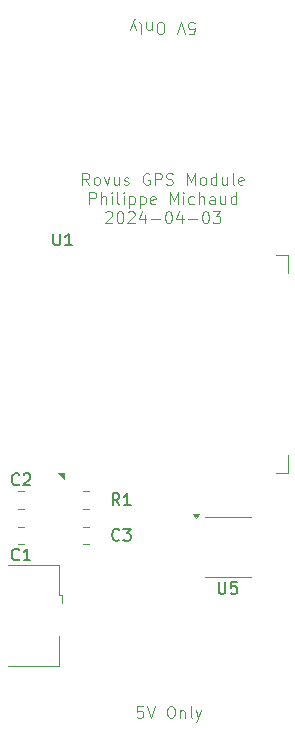
<source format=gto>
%TF.GenerationSoftware,KiCad,Pcbnew,8.0.1-8.0.1-1~ubuntu22.04.1*%
%TF.CreationDate,2024-04-03T01:55:53-04:00*%
%TF.ProjectId,esp32_rover_devkit,65737033-325f-4726-9f76-65725f646576,rev?*%
%TF.SameCoordinates,Original*%
%TF.FileFunction,Legend,Top*%
%TF.FilePolarity,Positive*%
%FSLAX46Y46*%
G04 Gerber Fmt 4.6, Leading zero omitted, Abs format (unit mm)*
G04 Created by KiCad (PCBNEW 8.0.1-8.0.1-1~ubuntu22.04.1) date 2024-04-03 01:55:53*
%MOMM*%
%LPD*%
G01*
G04 APERTURE LIST*
%ADD10C,0.100000*%
%ADD11C,0.150000*%
%ADD12C,0.120000*%
G04 APERTURE END LIST*
D10*
X35690476Y-22042580D02*
X36166666Y-22042580D01*
X36166666Y-22042580D02*
X36214285Y-21566390D01*
X36214285Y-21566390D02*
X36166666Y-21614009D01*
X36166666Y-21614009D02*
X36071428Y-21661628D01*
X36071428Y-21661628D02*
X35833333Y-21661628D01*
X35833333Y-21661628D02*
X35738095Y-21614009D01*
X35738095Y-21614009D02*
X35690476Y-21566390D01*
X35690476Y-21566390D02*
X35642857Y-21471152D01*
X35642857Y-21471152D02*
X35642857Y-21233057D01*
X35642857Y-21233057D02*
X35690476Y-21137819D01*
X35690476Y-21137819D02*
X35738095Y-21090200D01*
X35738095Y-21090200D02*
X35833333Y-21042580D01*
X35833333Y-21042580D02*
X36071428Y-21042580D01*
X36071428Y-21042580D02*
X36166666Y-21090200D01*
X36166666Y-21090200D02*
X36214285Y-21137819D01*
X35357142Y-22042580D02*
X35023809Y-21042580D01*
X35023809Y-21042580D02*
X34690476Y-22042580D01*
X33404761Y-22042580D02*
X33214285Y-22042580D01*
X33214285Y-22042580D02*
X33119047Y-21994961D01*
X33119047Y-21994961D02*
X33023809Y-21899723D01*
X33023809Y-21899723D02*
X32976190Y-21709247D01*
X32976190Y-21709247D02*
X32976190Y-21375914D01*
X32976190Y-21375914D02*
X33023809Y-21185438D01*
X33023809Y-21185438D02*
X33119047Y-21090200D01*
X33119047Y-21090200D02*
X33214285Y-21042580D01*
X33214285Y-21042580D02*
X33404761Y-21042580D01*
X33404761Y-21042580D02*
X33499999Y-21090200D01*
X33499999Y-21090200D02*
X33595237Y-21185438D01*
X33595237Y-21185438D02*
X33642856Y-21375914D01*
X33642856Y-21375914D02*
X33642856Y-21709247D01*
X33642856Y-21709247D02*
X33595237Y-21899723D01*
X33595237Y-21899723D02*
X33499999Y-21994961D01*
X33499999Y-21994961D02*
X33404761Y-22042580D01*
X32547618Y-21709247D02*
X32547618Y-21042580D01*
X32547618Y-21614009D02*
X32499999Y-21661628D01*
X32499999Y-21661628D02*
X32404761Y-21709247D01*
X32404761Y-21709247D02*
X32261904Y-21709247D01*
X32261904Y-21709247D02*
X32166666Y-21661628D01*
X32166666Y-21661628D02*
X32119047Y-21566390D01*
X32119047Y-21566390D02*
X32119047Y-21042580D01*
X31499999Y-21042580D02*
X31595237Y-21090200D01*
X31595237Y-21090200D02*
X31642856Y-21185438D01*
X31642856Y-21185438D02*
X31642856Y-22042580D01*
X31214284Y-21709247D02*
X30976189Y-21042580D01*
X30738094Y-21709247D02*
X30976189Y-21042580D01*
X30976189Y-21042580D02*
X31071427Y-20804485D01*
X31071427Y-20804485D02*
X31119046Y-20756866D01*
X31119046Y-20756866D02*
X31214284Y-20709247D01*
X27261903Y-34847475D02*
X26928570Y-34371284D01*
X26690475Y-34847475D02*
X26690475Y-33847475D01*
X26690475Y-33847475D02*
X27071427Y-33847475D01*
X27071427Y-33847475D02*
X27166665Y-33895094D01*
X27166665Y-33895094D02*
X27214284Y-33942713D01*
X27214284Y-33942713D02*
X27261903Y-34037951D01*
X27261903Y-34037951D02*
X27261903Y-34180808D01*
X27261903Y-34180808D02*
X27214284Y-34276046D01*
X27214284Y-34276046D02*
X27166665Y-34323665D01*
X27166665Y-34323665D02*
X27071427Y-34371284D01*
X27071427Y-34371284D02*
X26690475Y-34371284D01*
X27833332Y-34847475D02*
X27738094Y-34799856D01*
X27738094Y-34799856D02*
X27690475Y-34752236D01*
X27690475Y-34752236D02*
X27642856Y-34656998D01*
X27642856Y-34656998D02*
X27642856Y-34371284D01*
X27642856Y-34371284D02*
X27690475Y-34276046D01*
X27690475Y-34276046D02*
X27738094Y-34228427D01*
X27738094Y-34228427D02*
X27833332Y-34180808D01*
X27833332Y-34180808D02*
X27976189Y-34180808D01*
X27976189Y-34180808D02*
X28071427Y-34228427D01*
X28071427Y-34228427D02*
X28119046Y-34276046D01*
X28119046Y-34276046D02*
X28166665Y-34371284D01*
X28166665Y-34371284D02*
X28166665Y-34656998D01*
X28166665Y-34656998D02*
X28119046Y-34752236D01*
X28119046Y-34752236D02*
X28071427Y-34799856D01*
X28071427Y-34799856D02*
X27976189Y-34847475D01*
X27976189Y-34847475D02*
X27833332Y-34847475D01*
X28499999Y-34180808D02*
X28738094Y-34847475D01*
X28738094Y-34847475D02*
X28976189Y-34180808D01*
X29785713Y-34180808D02*
X29785713Y-34847475D01*
X29357142Y-34180808D02*
X29357142Y-34704617D01*
X29357142Y-34704617D02*
X29404761Y-34799856D01*
X29404761Y-34799856D02*
X29499999Y-34847475D01*
X29499999Y-34847475D02*
X29642856Y-34847475D01*
X29642856Y-34847475D02*
X29738094Y-34799856D01*
X29738094Y-34799856D02*
X29785713Y-34752236D01*
X30214285Y-34799856D02*
X30309523Y-34847475D01*
X30309523Y-34847475D02*
X30499999Y-34847475D01*
X30499999Y-34847475D02*
X30595237Y-34799856D01*
X30595237Y-34799856D02*
X30642856Y-34704617D01*
X30642856Y-34704617D02*
X30642856Y-34656998D01*
X30642856Y-34656998D02*
X30595237Y-34561760D01*
X30595237Y-34561760D02*
X30499999Y-34514141D01*
X30499999Y-34514141D02*
X30357142Y-34514141D01*
X30357142Y-34514141D02*
X30261904Y-34466522D01*
X30261904Y-34466522D02*
X30214285Y-34371284D01*
X30214285Y-34371284D02*
X30214285Y-34323665D01*
X30214285Y-34323665D02*
X30261904Y-34228427D01*
X30261904Y-34228427D02*
X30357142Y-34180808D01*
X30357142Y-34180808D02*
X30499999Y-34180808D01*
X30499999Y-34180808D02*
X30595237Y-34228427D01*
X32357142Y-33895094D02*
X32261904Y-33847475D01*
X32261904Y-33847475D02*
X32119047Y-33847475D01*
X32119047Y-33847475D02*
X31976190Y-33895094D01*
X31976190Y-33895094D02*
X31880952Y-33990332D01*
X31880952Y-33990332D02*
X31833333Y-34085570D01*
X31833333Y-34085570D02*
X31785714Y-34276046D01*
X31785714Y-34276046D02*
X31785714Y-34418903D01*
X31785714Y-34418903D02*
X31833333Y-34609379D01*
X31833333Y-34609379D02*
X31880952Y-34704617D01*
X31880952Y-34704617D02*
X31976190Y-34799856D01*
X31976190Y-34799856D02*
X32119047Y-34847475D01*
X32119047Y-34847475D02*
X32214285Y-34847475D01*
X32214285Y-34847475D02*
X32357142Y-34799856D01*
X32357142Y-34799856D02*
X32404761Y-34752236D01*
X32404761Y-34752236D02*
X32404761Y-34418903D01*
X32404761Y-34418903D02*
X32214285Y-34418903D01*
X32833333Y-34847475D02*
X32833333Y-33847475D01*
X32833333Y-33847475D02*
X33214285Y-33847475D01*
X33214285Y-33847475D02*
X33309523Y-33895094D01*
X33309523Y-33895094D02*
X33357142Y-33942713D01*
X33357142Y-33942713D02*
X33404761Y-34037951D01*
X33404761Y-34037951D02*
X33404761Y-34180808D01*
X33404761Y-34180808D02*
X33357142Y-34276046D01*
X33357142Y-34276046D02*
X33309523Y-34323665D01*
X33309523Y-34323665D02*
X33214285Y-34371284D01*
X33214285Y-34371284D02*
X32833333Y-34371284D01*
X33785714Y-34799856D02*
X33928571Y-34847475D01*
X33928571Y-34847475D02*
X34166666Y-34847475D01*
X34166666Y-34847475D02*
X34261904Y-34799856D01*
X34261904Y-34799856D02*
X34309523Y-34752236D01*
X34309523Y-34752236D02*
X34357142Y-34656998D01*
X34357142Y-34656998D02*
X34357142Y-34561760D01*
X34357142Y-34561760D02*
X34309523Y-34466522D01*
X34309523Y-34466522D02*
X34261904Y-34418903D01*
X34261904Y-34418903D02*
X34166666Y-34371284D01*
X34166666Y-34371284D02*
X33976190Y-34323665D01*
X33976190Y-34323665D02*
X33880952Y-34276046D01*
X33880952Y-34276046D02*
X33833333Y-34228427D01*
X33833333Y-34228427D02*
X33785714Y-34133189D01*
X33785714Y-34133189D02*
X33785714Y-34037951D01*
X33785714Y-34037951D02*
X33833333Y-33942713D01*
X33833333Y-33942713D02*
X33880952Y-33895094D01*
X33880952Y-33895094D02*
X33976190Y-33847475D01*
X33976190Y-33847475D02*
X34214285Y-33847475D01*
X34214285Y-33847475D02*
X34357142Y-33895094D01*
X35547619Y-34847475D02*
X35547619Y-33847475D01*
X35547619Y-33847475D02*
X35880952Y-34561760D01*
X35880952Y-34561760D02*
X36214285Y-33847475D01*
X36214285Y-33847475D02*
X36214285Y-34847475D01*
X36833333Y-34847475D02*
X36738095Y-34799856D01*
X36738095Y-34799856D02*
X36690476Y-34752236D01*
X36690476Y-34752236D02*
X36642857Y-34656998D01*
X36642857Y-34656998D02*
X36642857Y-34371284D01*
X36642857Y-34371284D02*
X36690476Y-34276046D01*
X36690476Y-34276046D02*
X36738095Y-34228427D01*
X36738095Y-34228427D02*
X36833333Y-34180808D01*
X36833333Y-34180808D02*
X36976190Y-34180808D01*
X36976190Y-34180808D02*
X37071428Y-34228427D01*
X37071428Y-34228427D02*
X37119047Y-34276046D01*
X37119047Y-34276046D02*
X37166666Y-34371284D01*
X37166666Y-34371284D02*
X37166666Y-34656998D01*
X37166666Y-34656998D02*
X37119047Y-34752236D01*
X37119047Y-34752236D02*
X37071428Y-34799856D01*
X37071428Y-34799856D02*
X36976190Y-34847475D01*
X36976190Y-34847475D02*
X36833333Y-34847475D01*
X38023809Y-34847475D02*
X38023809Y-33847475D01*
X38023809Y-34799856D02*
X37928571Y-34847475D01*
X37928571Y-34847475D02*
X37738095Y-34847475D01*
X37738095Y-34847475D02*
X37642857Y-34799856D01*
X37642857Y-34799856D02*
X37595238Y-34752236D01*
X37595238Y-34752236D02*
X37547619Y-34656998D01*
X37547619Y-34656998D02*
X37547619Y-34371284D01*
X37547619Y-34371284D02*
X37595238Y-34276046D01*
X37595238Y-34276046D02*
X37642857Y-34228427D01*
X37642857Y-34228427D02*
X37738095Y-34180808D01*
X37738095Y-34180808D02*
X37928571Y-34180808D01*
X37928571Y-34180808D02*
X38023809Y-34228427D01*
X38928571Y-34180808D02*
X38928571Y-34847475D01*
X38500000Y-34180808D02*
X38500000Y-34704617D01*
X38500000Y-34704617D02*
X38547619Y-34799856D01*
X38547619Y-34799856D02*
X38642857Y-34847475D01*
X38642857Y-34847475D02*
X38785714Y-34847475D01*
X38785714Y-34847475D02*
X38880952Y-34799856D01*
X38880952Y-34799856D02*
X38928571Y-34752236D01*
X39547619Y-34847475D02*
X39452381Y-34799856D01*
X39452381Y-34799856D02*
X39404762Y-34704617D01*
X39404762Y-34704617D02*
X39404762Y-33847475D01*
X40309524Y-34799856D02*
X40214286Y-34847475D01*
X40214286Y-34847475D02*
X40023810Y-34847475D01*
X40023810Y-34847475D02*
X39928572Y-34799856D01*
X39928572Y-34799856D02*
X39880953Y-34704617D01*
X39880953Y-34704617D02*
X39880953Y-34323665D01*
X39880953Y-34323665D02*
X39928572Y-34228427D01*
X39928572Y-34228427D02*
X40023810Y-34180808D01*
X40023810Y-34180808D02*
X40214286Y-34180808D01*
X40214286Y-34180808D02*
X40309524Y-34228427D01*
X40309524Y-34228427D02*
X40357143Y-34323665D01*
X40357143Y-34323665D02*
X40357143Y-34418903D01*
X40357143Y-34418903D02*
X39880953Y-34514141D01*
X27285714Y-36457419D02*
X27285714Y-35457419D01*
X27285714Y-35457419D02*
X27666666Y-35457419D01*
X27666666Y-35457419D02*
X27761904Y-35505038D01*
X27761904Y-35505038D02*
X27809523Y-35552657D01*
X27809523Y-35552657D02*
X27857142Y-35647895D01*
X27857142Y-35647895D02*
X27857142Y-35790752D01*
X27857142Y-35790752D02*
X27809523Y-35885990D01*
X27809523Y-35885990D02*
X27761904Y-35933609D01*
X27761904Y-35933609D02*
X27666666Y-35981228D01*
X27666666Y-35981228D02*
X27285714Y-35981228D01*
X28285714Y-36457419D02*
X28285714Y-35457419D01*
X28714285Y-36457419D02*
X28714285Y-35933609D01*
X28714285Y-35933609D02*
X28666666Y-35838371D01*
X28666666Y-35838371D02*
X28571428Y-35790752D01*
X28571428Y-35790752D02*
X28428571Y-35790752D01*
X28428571Y-35790752D02*
X28333333Y-35838371D01*
X28333333Y-35838371D02*
X28285714Y-35885990D01*
X29190476Y-36457419D02*
X29190476Y-35790752D01*
X29190476Y-35457419D02*
X29142857Y-35505038D01*
X29142857Y-35505038D02*
X29190476Y-35552657D01*
X29190476Y-35552657D02*
X29238095Y-35505038D01*
X29238095Y-35505038D02*
X29190476Y-35457419D01*
X29190476Y-35457419D02*
X29190476Y-35552657D01*
X29809523Y-36457419D02*
X29714285Y-36409800D01*
X29714285Y-36409800D02*
X29666666Y-36314561D01*
X29666666Y-36314561D02*
X29666666Y-35457419D01*
X30190476Y-36457419D02*
X30190476Y-35790752D01*
X30190476Y-35457419D02*
X30142857Y-35505038D01*
X30142857Y-35505038D02*
X30190476Y-35552657D01*
X30190476Y-35552657D02*
X30238095Y-35505038D01*
X30238095Y-35505038D02*
X30190476Y-35457419D01*
X30190476Y-35457419D02*
X30190476Y-35552657D01*
X30666666Y-35790752D02*
X30666666Y-36790752D01*
X30666666Y-35838371D02*
X30761904Y-35790752D01*
X30761904Y-35790752D02*
X30952380Y-35790752D01*
X30952380Y-35790752D02*
X31047618Y-35838371D01*
X31047618Y-35838371D02*
X31095237Y-35885990D01*
X31095237Y-35885990D02*
X31142856Y-35981228D01*
X31142856Y-35981228D02*
X31142856Y-36266942D01*
X31142856Y-36266942D02*
X31095237Y-36362180D01*
X31095237Y-36362180D02*
X31047618Y-36409800D01*
X31047618Y-36409800D02*
X30952380Y-36457419D01*
X30952380Y-36457419D02*
X30761904Y-36457419D01*
X30761904Y-36457419D02*
X30666666Y-36409800D01*
X31571428Y-35790752D02*
X31571428Y-36790752D01*
X31571428Y-35838371D02*
X31666666Y-35790752D01*
X31666666Y-35790752D02*
X31857142Y-35790752D01*
X31857142Y-35790752D02*
X31952380Y-35838371D01*
X31952380Y-35838371D02*
X31999999Y-35885990D01*
X31999999Y-35885990D02*
X32047618Y-35981228D01*
X32047618Y-35981228D02*
X32047618Y-36266942D01*
X32047618Y-36266942D02*
X31999999Y-36362180D01*
X31999999Y-36362180D02*
X31952380Y-36409800D01*
X31952380Y-36409800D02*
X31857142Y-36457419D01*
X31857142Y-36457419D02*
X31666666Y-36457419D01*
X31666666Y-36457419D02*
X31571428Y-36409800D01*
X32857142Y-36409800D02*
X32761904Y-36457419D01*
X32761904Y-36457419D02*
X32571428Y-36457419D01*
X32571428Y-36457419D02*
X32476190Y-36409800D01*
X32476190Y-36409800D02*
X32428571Y-36314561D01*
X32428571Y-36314561D02*
X32428571Y-35933609D01*
X32428571Y-35933609D02*
X32476190Y-35838371D01*
X32476190Y-35838371D02*
X32571428Y-35790752D01*
X32571428Y-35790752D02*
X32761904Y-35790752D01*
X32761904Y-35790752D02*
X32857142Y-35838371D01*
X32857142Y-35838371D02*
X32904761Y-35933609D01*
X32904761Y-35933609D02*
X32904761Y-36028847D01*
X32904761Y-36028847D02*
X32428571Y-36124085D01*
X34095238Y-36457419D02*
X34095238Y-35457419D01*
X34095238Y-35457419D02*
X34428571Y-36171704D01*
X34428571Y-36171704D02*
X34761904Y-35457419D01*
X34761904Y-35457419D02*
X34761904Y-36457419D01*
X35238095Y-36457419D02*
X35238095Y-35790752D01*
X35238095Y-35457419D02*
X35190476Y-35505038D01*
X35190476Y-35505038D02*
X35238095Y-35552657D01*
X35238095Y-35552657D02*
X35285714Y-35505038D01*
X35285714Y-35505038D02*
X35238095Y-35457419D01*
X35238095Y-35457419D02*
X35238095Y-35552657D01*
X36142856Y-36409800D02*
X36047618Y-36457419D01*
X36047618Y-36457419D02*
X35857142Y-36457419D01*
X35857142Y-36457419D02*
X35761904Y-36409800D01*
X35761904Y-36409800D02*
X35714285Y-36362180D01*
X35714285Y-36362180D02*
X35666666Y-36266942D01*
X35666666Y-36266942D02*
X35666666Y-35981228D01*
X35666666Y-35981228D02*
X35714285Y-35885990D01*
X35714285Y-35885990D02*
X35761904Y-35838371D01*
X35761904Y-35838371D02*
X35857142Y-35790752D01*
X35857142Y-35790752D02*
X36047618Y-35790752D01*
X36047618Y-35790752D02*
X36142856Y-35838371D01*
X36571428Y-36457419D02*
X36571428Y-35457419D01*
X36999999Y-36457419D02*
X36999999Y-35933609D01*
X36999999Y-35933609D02*
X36952380Y-35838371D01*
X36952380Y-35838371D02*
X36857142Y-35790752D01*
X36857142Y-35790752D02*
X36714285Y-35790752D01*
X36714285Y-35790752D02*
X36619047Y-35838371D01*
X36619047Y-35838371D02*
X36571428Y-35885990D01*
X37904761Y-36457419D02*
X37904761Y-35933609D01*
X37904761Y-35933609D02*
X37857142Y-35838371D01*
X37857142Y-35838371D02*
X37761904Y-35790752D01*
X37761904Y-35790752D02*
X37571428Y-35790752D01*
X37571428Y-35790752D02*
X37476190Y-35838371D01*
X37904761Y-36409800D02*
X37809523Y-36457419D01*
X37809523Y-36457419D02*
X37571428Y-36457419D01*
X37571428Y-36457419D02*
X37476190Y-36409800D01*
X37476190Y-36409800D02*
X37428571Y-36314561D01*
X37428571Y-36314561D02*
X37428571Y-36219323D01*
X37428571Y-36219323D02*
X37476190Y-36124085D01*
X37476190Y-36124085D02*
X37571428Y-36076466D01*
X37571428Y-36076466D02*
X37809523Y-36076466D01*
X37809523Y-36076466D02*
X37904761Y-36028847D01*
X38809523Y-35790752D02*
X38809523Y-36457419D01*
X38380952Y-35790752D02*
X38380952Y-36314561D01*
X38380952Y-36314561D02*
X38428571Y-36409800D01*
X38428571Y-36409800D02*
X38523809Y-36457419D01*
X38523809Y-36457419D02*
X38666666Y-36457419D01*
X38666666Y-36457419D02*
X38761904Y-36409800D01*
X38761904Y-36409800D02*
X38809523Y-36362180D01*
X39714285Y-36457419D02*
X39714285Y-35457419D01*
X39714285Y-36409800D02*
X39619047Y-36457419D01*
X39619047Y-36457419D02*
X39428571Y-36457419D01*
X39428571Y-36457419D02*
X39333333Y-36409800D01*
X39333333Y-36409800D02*
X39285714Y-36362180D01*
X39285714Y-36362180D02*
X39238095Y-36266942D01*
X39238095Y-36266942D02*
X39238095Y-35981228D01*
X39238095Y-35981228D02*
X39285714Y-35885990D01*
X39285714Y-35885990D02*
X39333333Y-35838371D01*
X39333333Y-35838371D02*
X39428571Y-35790752D01*
X39428571Y-35790752D02*
X39619047Y-35790752D01*
X39619047Y-35790752D02*
X39714285Y-35838371D01*
X28642857Y-37162601D02*
X28690476Y-37114982D01*
X28690476Y-37114982D02*
X28785714Y-37067363D01*
X28785714Y-37067363D02*
X29023809Y-37067363D01*
X29023809Y-37067363D02*
X29119047Y-37114982D01*
X29119047Y-37114982D02*
X29166666Y-37162601D01*
X29166666Y-37162601D02*
X29214285Y-37257839D01*
X29214285Y-37257839D02*
X29214285Y-37353077D01*
X29214285Y-37353077D02*
X29166666Y-37495934D01*
X29166666Y-37495934D02*
X28595238Y-38067363D01*
X28595238Y-38067363D02*
X29214285Y-38067363D01*
X29833333Y-37067363D02*
X29928571Y-37067363D01*
X29928571Y-37067363D02*
X30023809Y-37114982D01*
X30023809Y-37114982D02*
X30071428Y-37162601D01*
X30071428Y-37162601D02*
X30119047Y-37257839D01*
X30119047Y-37257839D02*
X30166666Y-37448315D01*
X30166666Y-37448315D02*
X30166666Y-37686410D01*
X30166666Y-37686410D02*
X30119047Y-37876886D01*
X30119047Y-37876886D02*
X30071428Y-37972124D01*
X30071428Y-37972124D02*
X30023809Y-38019744D01*
X30023809Y-38019744D02*
X29928571Y-38067363D01*
X29928571Y-38067363D02*
X29833333Y-38067363D01*
X29833333Y-38067363D02*
X29738095Y-38019744D01*
X29738095Y-38019744D02*
X29690476Y-37972124D01*
X29690476Y-37972124D02*
X29642857Y-37876886D01*
X29642857Y-37876886D02*
X29595238Y-37686410D01*
X29595238Y-37686410D02*
X29595238Y-37448315D01*
X29595238Y-37448315D02*
X29642857Y-37257839D01*
X29642857Y-37257839D02*
X29690476Y-37162601D01*
X29690476Y-37162601D02*
X29738095Y-37114982D01*
X29738095Y-37114982D02*
X29833333Y-37067363D01*
X30547619Y-37162601D02*
X30595238Y-37114982D01*
X30595238Y-37114982D02*
X30690476Y-37067363D01*
X30690476Y-37067363D02*
X30928571Y-37067363D01*
X30928571Y-37067363D02*
X31023809Y-37114982D01*
X31023809Y-37114982D02*
X31071428Y-37162601D01*
X31071428Y-37162601D02*
X31119047Y-37257839D01*
X31119047Y-37257839D02*
X31119047Y-37353077D01*
X31119047Y-37353077D02*
X31071428Y-37495934D01*
X31071428Y-37495934D02*
X30500000Y-38067363D01*
X30500000Y-38067363D02*
X31119047Y-38067363D01*
X31976190Y-37400696D02*
X31976190Y-38067363D01*
X31738095Y-37019744D02*
X31500000Y-37734029D01*
X31500000Y-37734029D02*
X32119047Y-37734029D01*
X32500000Y-37686410D02*
X33261905Y-37686410D01*
X33928571Y-37067363D02*
X34023809Y-37067363D01*
X34023809Y-37067363D02*
X34119047Y-37114982D01*
X34119047Y-37114982D02*
X34166666Y-37162601D01*
X34166666Y-37162601D02*
X34214285Y-37257839D01*
X34214285Y-37257839D02*
X34261904Y-37448315D01*
X34261904Y-37448315D02*
X34261904Y-37686410D01*
X34261904Y-37686410D02*
X34214285Y-37876886D01*
X34214285Y-37876886D02*
X34166666Y-37972124D01*
X34166666Y-37972124D02*
X34119047Y-38019744D01*
X34119047Y-38019744D02*
X34023809Y-38067363D01*
X34023809Y-38067363D02*
X33928571Y-38067363D01*
X33928571Y-38067363D02*
X33833333Y-38019744D01*
X33833333Y-38019744D02*
X33785714Y-37972124D01*
X33785714Y-37972124D02*
X33738095Y-37876886D01*
X33738095Y-37876886D02*
X33690476Y-37686410D01*
X33690476Y-37686410D02*
X33690476Y-37448315D01*
X33690476Y-37448315D02*
X33738095Y-37257839D01*
X33738095Y-37257839D02*
X33785714Y-37162601D01*
X33785714Y-37162601D02*
X33833333Y-37114982D01*
X33833333Y-37114982D02*
X33928571Y-37067363D01*
X35119047Y-37400696D02*
X35119047Y-38067363D01*
X34880952Y-37019744D02*
X34642857Y-37734029D01*
X34642857Y-37734029D02*
X35261904Y-37734029D01*
X35642857Y-37686410D02*
X36404762Y-37686410D01*
X37071428Y-37067363D02*
X37166666Y-37067363D01*
X37166666Y-37067363D02*
X37261904Y-37114982D01*
X37261904Y-37114982D02*
X37309523Y-37162601D01*
X37309523Y-37162601D02*
X37357142Y-37257839D01*
X37357142Y-37257839D02*
X37404761Y-37448315D01*
X37404761Y-37448315D02*
X37404761Y-37686410D01*
X37404761Y-37686410D02*
X37357142Y-37876886D01*
X37357142Y-37876886D02*
X37309523Y-37972124D01*
X37309523Y-37972124D02*
X37261904Y-38019744D01*
X37261904Y-38019744D02*
X37166666Y-38067363D01*
X37166666Y-38067363D02*
X37071428Y-38067363D01*
X37071428Y-38067363D02*
X36976190Y-38019744D01*
X36976190Y-38019744D02*
X36928571Y-37972124D01*
X36928571Y-37972124D02*
X36880952Y-37876886D01*
X36880952Y-37876886D02*
X36833333Y-37686410D01*
X36833333Y-37686410D02*
X36833333Y-37448315D01*
X36833333Y-37448315D02*
X36880952Y-37257839D01*
X36880952Y-37257839D02*
X36928571Y-37162601D01*
X36928571Y-37162601D02*
X36976190Y-37114982D01*
X36976190Y-37114982D02*
X37071428Y-37067363D01*
X37738095Y-37067363D02*
X38357142Y-37067363D01*
X38357142Y-37067363D02*
X38023809Y-37448315D01*
X38023809Y-37448315D02*
X38166666Y-37448315D01*
X38166666Y-37448315D02*
X38261904Y-37495934D01*
X38261904Y-37495934D02*
X38309523Y-37543553D01*
X38309523Y-37543553D02*
X38357142Y-37638791D01*
X38357142Y-37638791D02*
X38357142Y-37876886D01*
X38357142Y-37876886D02*
X38309523Y-37972124D01*
X38309523Y-37972124D02*
X38261904Y-38019744D01*
X38261904Y-38019744D02*
X38166666Y-38067363D01*
X38166666Y-38067363D02*
X37880952Y-38067363D01*
X37880952Y-38067363D02*
X37785714Y-38019744D01*
X37785714Y-38019744D02*
X37738095Y-37972124D01*
X31809523Y-78957419D02*
X31333333Y-78957419D01*
X31333333Y-78957419D02*
X31285714Y-79433609D01*
X31285714Y-79433609D02*
X31333333Y-79385990D01*
X31333333Y-79385990D02*
X31428571Y-79338371D01*
X31428571Y-79338371D02*
X31666666Y-79338371D01*
X31666666Y-79338371D02*
X31761904Y-79385990D01*
X31761904Y-79385990D02*
X31809523Y-79433609D01*
X31809523Y-79433609D02*
X31857142Y-79528847D01*
X31857142Y-79528847D02*
X31857142Y-79766942D01*
X31857142Y-79766942D02*
X31809523Y-79862180D01*
X31809523Y-79862180D02*
X31761904Y-79909800D01*
X31761904Y-79909800D02*
X31666666Y-79957419D01*
X31666666Y-79957419D02*
X31428571Y-79957419D01*
X31428571Y-79957419D02*
X31333333Y-79909800D01*
X31333333Y-79909800D02*
X31285714Y-79862180D01*
X32142857Y-78957419D02*
X32476190Y-79957419D01*
X32476190Y-79957419D02*
X32809523Y-78957419D01*
X34095238Y-78957419D02*
X34285714Y-78957419D01*
X34285714Y-78957419D02*
X34380952Y-79005038D01*
X34380952Y-79005038D02*
X34476190Y-79100276D01*
X34476190Y-79100276D02*
X34523809Y-79290752D01*
X34523809Y-79290752D02*
X34523809Y-79624085D01*
X34523809Y-79624085D02*
X34476190Y-79814561D01*
X34476190Y-79814561D02*
X34380952Y-79909800D01*
X34380952Y-79909800D02*
X34285714Y-79957419D01*
X34285714Y-79957419D02*
X34095238Y-79957419D01*
X34095238Y-79957419D02*
X34000000Y-79909800D01*
X34000000Y-79909800D02*
X33904762Y-79814561D01*
X33904762Y-79814561D02*
X33857143Y-79624085D01*
X33857143Y-79624085D02*
X33857143Y-79290752D01*
X33857143Y-79290752D02*
X33904762Y-79100276D01*
X33904762Y-79100276D02*
X34000000Y-79005038D01*
X34000000Y-79005038D02*
X34095238Y-78957419D01*
X34952381Y-79290752D02*
X34952381Y-79957419D01*
X34952381Y-79385990D02*
X35000000Y-79338371D01*
X35000000Y-79338371D02*
X35095238Y-79290752D01*
X35095238Y-79290752D02*
X35238095Y-79290752D01*
X35238095Y-79290752D02*
X35333333Y-79338371D01*
X35333333Y-79338371D02*
X35380952Y-79433609D01*
X35380952Y-79433609D02*
X35380952Y-79957419D01*
X36000000Y-79957419D02*
X35904762Y-79909800D01*
X35904762Y-79909800D02*
X35857143Y-79814561D01*
X35857143Y-79814561D02*
X35857143Y-78957419D01*
X36285715Y-79290752D02*
X36523810Y-79957419D01*
X36761905Y-79290752D02*
X36523810Y-79957419D01*
X36523810Y-79957419D02*
X36428572Y-80195514D01*
X36428572Y-80195514D02*
X36380953Y-80243133D01*
X36380953Y-80243133D02*
X36285715Y-80290752D01*
D11*
X21347587Y-60172972D02*
X21299968Y-60220592D01*
X21299968Y-60220592D02*
X21157111Y-60268211D01*
X21157111Y-60268211D02*
X21061873Y-60268211D01*
X21061873Y-60268211D02*
X20919016Y-60220592D01*
X20919016Y-60220592D02*
X20823778Y-60125353D01*
X20823778Y-60125353D02*
X20776159Y-60030115D01*
X20776159Y-60030115D02*
X20728540Y-59839639D01*
X20728540Y-59839639D02*
X20728540Y-59696782D01*
X20728540Y-59696782D02*
X20776159Y-59506306D01*
X20776159Y-59506306D02*
X20823778Y-59411068D01*
X20823778Y-59411068D02*
X20919016Y-59315830D01*
X20919016Y-59315830D02*
X21061873Y-59268211D01*
X21061873Y-59268211D02*
X21157111Y-59268211D01*
X21157111Y-59268211D02*
X21299968Y-59315830D01*
X21299968Y-59315830D02*
X21347587Y-59363449D01*
X21728540Y-59363449D02*
X21776159Y-59315830D01*
X21776159Y-59315830D02*
X21871397Y-59268211D01*
X21871397Y-59268211D02*
X22109492Y-59268211D01*
X22109492Y-59268211D02*
X22204730Y-59315830D01*
X22204730Y-59315830D02*
X22252349Y-59363449D01*
X22252349Y-59363449D02*
X22299968Y-59458687D01*
X22299968Y-59458687D02*
X22299968Y-59553925D01*
X22299968Y-59553925D02*
X22252349Y-59696782D01*
X22252349Y-59696782D02*
X21680921Y-60268211D01*
X21680921Y-60268211D02*
X22299968Y-60268211D01*
X29833333Y-64859580D02*
X29785714Y-64907200D01*
X29785714Y-64907200D02*
X29642857Y-64954819D01*
X29642857Y-64954819D02*
X29547619Y-64954819D01*
X29547619Y-64954819D02*
X29404762Y-64907200D01*
X29404762Y-64907200D02*
X29309524Y-64811961D01*
X29309524Y-64811961D02*
X29261905Y-64716723D01*
X29261905Y-64716723D02*
X29214286Y-64526247D01*
X29214286Y-64526247D02*
X29214286Y-64383390D01*
X29214286Y-64383390D02*
X29261905Y-64192914D01*
X29261905Y-64192914D02*
X29309524Y-64097676D01*
X29309524Y-64097676D02*
X29404762Y-64002438D01*
X29404762Y-64002438D02*
X29547619Y-63954819D01*
X29547619Y-63954819D02*
X29642857Y-63954819D01*
X29642857Y-63954819D02*
X29785714Y-64002438D01*
X29785714Y-64002438D02*
X29833333Y-64050057D01*
X30166667Y-63954819D02*
X30785714Y-63954819D01*
X30785714Y-63954819D02*
X30452381Y-64335771D01*
X30452381Y-64335771D02*
X30595238Y-64335771D01*
X30595238Y-64335771D02*
X30690476Y-64383390D01*
X30690476Y-64383390D02*
X30738095Y-64431009D01*
X30738095Y-64431009D02*
X30785714Y-64526247D01*
X30785714Y-64526247D02*
X30785714Y-64764342D01*
X30785714Y-64764342D02*
X30738095Y-64859580D01*
X30738095Y-64859580D02*
X30690476Y-64907200D01*
X30690476Y-64907200D02*
X30595238Y-64954819D01*
X30595238Y-64954819D02*
X30309524Y-64954819D01*
X30309524Y-64954819D02*
X30214286Y-64907200D01*
X30214286Y-64907200D02*
X30166667Y-64859580D01*
X38238095Y-68454819D02*
X38238095Y-69264342D01*
X38238095Y-69264342D02*
X38285714Y-69359580D01*
X38285714Y-69359580D02*
X38333333Y-69407200D01*
X38333333Y-69407200D02*
X38428571Y-69454819D01*
X38428571Y-69454819D02*
X38619047Y-69454819D01*
X38619047Y-69454819D02*
X38714285Y-69407200D01*
X38714285Y-69407200D02*
X38761904Y-69359580D01*
X38761904Y-69359580D02*
X38809523Y-69264342D01*
X38809523Y-69264342D02*
X38809523Y-68454819D01*
X39761904Y-68454819D02*
X39285714Y-68454819D01*
X39285714Y-68454819D02*
X39238095Y-68931009D01*
X39238095Y-68931009D02*
X39285714Y-68883390D01*
X39285714Y-68883390D02*
X39380952Y-68835771D01*
X39380952Y-68835771D02*
X39619047Y-68835771D01*
X39619047Y-68835771D02*
X39714285Y-68883390D01*
X39714285Y-68883390D02*
X39761904Y-68931009D01*
X39761904Y-68931009D02*
X39809523Y-69026247D01*
X39809523Y-69026247D02*
X39809523Y-69264342D01*
X39809523Y-69264342D02*
X39761904Y-69359580D01*
X39761904Y-69359580D02*
X39714285Y-69407200D01*
X39714285Y-69407200D02*
X39619047Y-69454819D01*
X39619047Y-69454819D02*
X39380952Y-69454819D01*
X39380952Y-69454819D02*
X39285714Y-69407200D01*
X39285714Y-69407200D02*
X39238095Y-69359580D01*
X21333333Y-66539580D02*
X21285714Y-66587200D01*
X21285714Y-66587200D02*
X21142857Y-66634819D01*
X21142857Y-66634819D02*
X21047619Y-66634819D01*
X21047619Y-66634819D02*
X20904762Y-66587200D01*
X20904762Y-66587200D02*
X20809524Y-66491961D01*
X20809524Y-66491961D02*
X20761905Y-66396723D01*
X20761905Y-66396723D02*
X20714286Y-66206247D01*
X20714286Y-66206247D02*
X20714286Y-66063390D01*
X20714286Y-66063390D02*
X20761905Y-65872914D01*
X20761905Y-65872914D02*
X20809524Y-65777676D01*
X20809524Y-65777676D02*
X20904762Y-65682438D01*
X20904762Y-65682438D02*
X21047619Y-65634819D01*
X21047619Y-65634819D02*
X21142857Y-65634819D01*
X21142857Y-65634819D02*
X21285714Y-65682438D01*
X21285714Y-65682438D02*
X21333333Y-65730057D01*
X22285714Y-66634819D02*
X21714286Y-66634819D01*
X22000000Y-66634819D02*
X22000000Y-65634819D01*
X22000000Y-65634819D02*
X21904762Y-65777676D01*
X21904762Y-65777676D02*
X21809524Y-65872914D01*
X21809524Y-65872914D02*
X21714286Y-65920533D01*
X29833333Y-61954819D02*
X29500000Y-61478628D01*
X29261905Y-61954819D02*
X29261905Y-60954819D01*
X29261905Y-60954819D02*
X29642857Y-60954819D01*
X29642857Y-60954819D02*
X29738095Y-61002438D01*
X29738095Y-61002438D02*
X29785714Y-61050057D01*
X29785714Y-61050057D02*
X29833333Y-61145295D01*
X29833333Y-61145295D02*
X29833333Y-61288152D01*
X29833333Y-61288152D02*
X29785714Y-61383390D01*
X29785714Y-61383390D02*
X29738095Y-61431009D01*
X29738095Y-61431009D02*
X29642857Y-61478628D01*
X29642857Y-61478628D02*
X29261905Y-61478628D01*
X30785714Y-61954819D02*
X30214286Y-61954819D01*
X30500000Y-61954819D02*
X30500000Y-60954819D01*
X30500000Y-60954819D02*
X30404762Y-61097676D01*
X30404762Y-61097676D02*
X30309524Y-61192914D01*
X30309524Y-61192914D02*
X30214286Y-61240533D01*
X24238095Y-38954819D02*
X24238095Y-39764342D01*
X24238095Y-39764342D02*
X24285714Y-39859580D01*
X24285714Y-39859580D02*
X24333333Y-39907200D01*
X24333333Y-39907200D02*
X24428571Y-39954819D01*
X24428571Y-39954819D02*
X24619047Y-39954819D01*
X24619047Y-39954819D02*
X24714285Y-39907200D01*
X24714285Y-39907200D02*
X24761904Y-39859580D01*
X24761904Y-39859580D02*
X24809523Y-39764342D01*
X24809523Y-39764342D02*
X24809523Y-38954819D01*
X25809523Y-39954819D02*
X25238095Y-39954819D01*
X25523809Y-39954819D02*
X25523809Y-38954819D01*
X25523809Y-38954819D02*
X25428571Y-39097676D01*
X25428571Y-39097676D02*
X25333333Y-39192914D01*
X25333333Y-39192914D02*
X25238095Y-39240533D01*
D12*
%TO.C,C2*%
X21761252Y-60765000D02*
X21238748Y-60765000D01*
X21761252Y-62235000D02*
X21238748Y-62235000D01*
%TO.C,C3*%
X27261252Y-63765000D02*
X26738748Y-63765000D01*
X27261252Y-65235000D02*
X26738748Y-65235000D01*
%TO.C,U5*%
X39000000Y-62940000D02*
X37050000Y-62940000D01*
X39000000Y-62940000D02*
X40950000Y-62940000D01*
X39000000Y-68060000D02*
X37050000Y-68060000D01*
X39000000Y-68060000D02*
X40950000Y-68060000D01*
X36300000Y-63035000D02*
X36060000Y-62705000D01*
X36540000Y-62705000D01*
X36300000Y-63035000D01*
G36*
X36300000Y-63035000D02*
G01*
X36060000Y-62705000D01*
X36540000Y-62705000D01*
X36300000Y-63035000D01*
G37*
%TO.C,C1*%
X21761252Y-63765000D02*
X21238748Y-63765000D01*
X21761252Y-65235000D02*
X21238748Y-65235000D01*
%TO.C,R1*%
X26772936Y-60765000D02*
X27227064Y-60765000D01*
X26772936Y-62235000D02*
X27227064Y-62235000D01*
%TO.C,U1*%
X43090000Y-59200000D02*
X44090000Y-59200000D01*
X44090000Y-40800000D02*
X43090000Y-40800000D01*
X44090000Y-40800000D02*
X44090000Y-42300000D01*
X44090000Y-59200000D02*
X44090000Y-57700000D01*
X25115000Y-59700000D02*
X24615000Y-59200000D01*
X25115000Y-59200000D01*
X25115000Y-59700000D01*
G36*
X25115000Y-59700000D02*
G01*
X24615000Y-59200000D01*
X25115000Y-59200000D01*
X25115000Y-59700000D01*
G37*
%TO.C,J1*%
X24735000Y-67040000D02*
X20375000Y-67040000D01*
X24735000Y-67040000D02*
X24735000Y-69540000D01*
X24735000Y-69540000D02*
X24935000Y-69540000D01*
X24735000Y-73060000D02*
X24735000Y-75560000D01*
X24735000Y-75560000D02*
X20375000Y-75560000D01*
X24935000Y-70200000D02*
X24935000Y-69540000D01*
%TD*%
M02*

</source>
